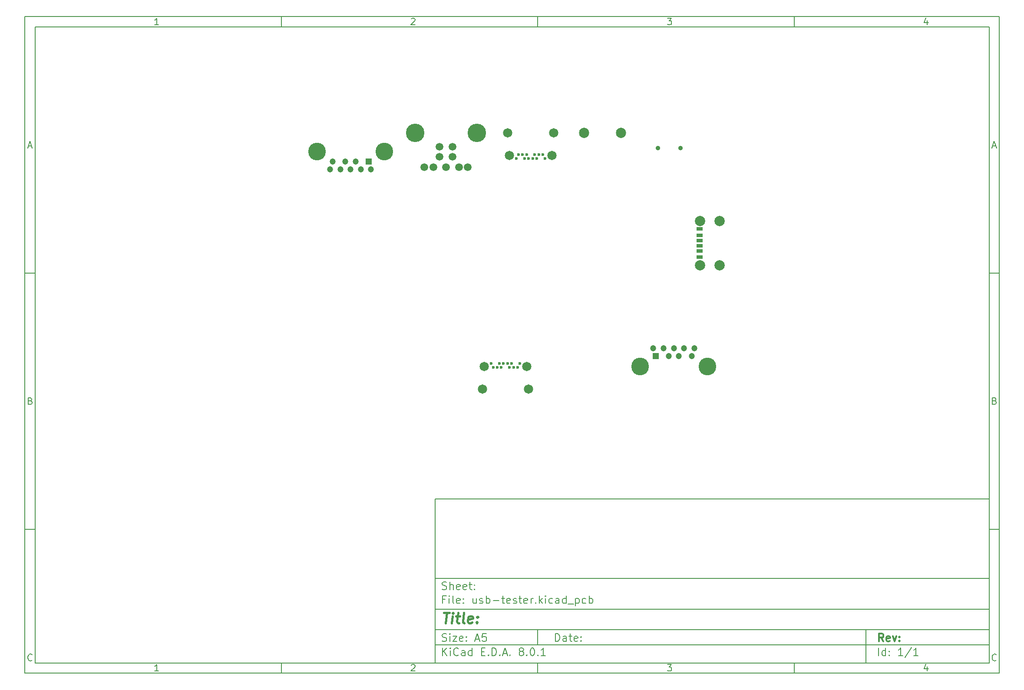
<source format=gbr>
%TF.GenerationSoftware,KiCad,Pcbnew,8.0.1*%
%TF.CreationDate,2024-04-20T18:29:45+01:00*%
%TF.ProjectId,usb-tester,7573622d-7465-4737-9465-722e6b696361,rev?*%
%TF.SameCoordinates,Original*%
%TF.FileFunction,Soldermask,Bot*%
%TF.FilePolarity,Negative*%
%FSLAX46Y46*%
G04 Gerber Fmt 4.6, Leading zero omitted, Abs format (unit mm)*
G04 Created by KiCad (PCBNEW 8.0.1) date 2024-04-20 18:29:45*
%MOMM*%
%LPD*%
G01*
G04 APERTURE LIST*
%ADD10C,0.100000*%
%ADD11C,0.150000*%
%ADD12C,0.300000*%
%ADD13C,0.400000*%
%ADD14C,1.815000*%
%ADD15C,0.600000*%
%ADD16C,2.010000*%
%ADD17R,1.200000X0.800000*%
%ADD18R,1.200000X0.760000*%
%ADD19R,1.200000X0.700000*%
%ADD20C,1.993000*%
%ADD21C,0.900000*%
%ADD22C,3.450000*%
%ADD23C,1.200000*%
%ADD24R,1.200000X1.200000*%
%ADD25C,3.600000*%
%ADD26C,1.500000*%
G04 APERTURE END LIST*
D10*
D11*
X90007200Y-104005800D02*
X198007200Y-104005800D01*
X198007200Y-136005800D01*
X90007200Y-136005800D01*
X90007200Y-104005800D01*
D10*
D11*
X10000000Y-10000000D02*
X200007200Y-10000000D01*
X200007200Y-138005800D01*
X10000000Y-138005800D01*
X10000000Y-10000000D01*
D10*
D11*
X12000000Y-12000000D02*
X198007200Y-12000000D01*
X198007200Y-136005800D01*
X12000000Y-136005800D01*
X12000000Y-12000000D01*
D10*
D11*
X60000000Y-12000000D02*
X60000000Y-10000000D01*
D10*
D11*
X110000000Y-12000000D02*
X110000000Y-10000000D01*
D10*
D11*
X160000000Y-12000000D02*
X160000000Y-10000000D01*
D10*
D11*
X36089160Y-11593604D02*
X35346303Y-11593604D01*
X35717731Y-11593604D02*
X35717731Y-10293604D01*
X35717731Y-10293604D02*
X35593922Y-10479319D01*
X35593922Y-10479319D02*
X35470112Y-10603128D01*
X35470112Y-10603128D02*
X35346303Y-10665033D01*
D10*
D11*
X85346303Y-10417414D02*
X85408207Y-10355509D01*
X85408207Y-10355509D02*
X85532017Y-10293604D01*
X85532017Y-10293604D02*
X85841541Y-10293604D01*
X85841541Y-10293604D02*
X85965350Y-10355509D01*
X85965350Y-10355509D02*
X86027255Y-10417414D01*
X86027255Y-10417414D02*
X86089160Y-10541223D01*
X86089160Y-10541223D02*
X86089160Y-10665033D01*
X86089160Y-10665033D02*
X86027255Y-10850747D01*
X86027255Y-10850747D02*
X85284398Y-11593604D01*
X85284398Y-11593604D02*
X86089160Y-11593604D01*
D10*
D11*
X135284398Y-10293604D02*
X136089160Y-10293604D01*
X136089160Y-10293604D02*
X135655826Y-10788842D01*
X135655826Y-10788842D02*
X135841541Y-10788842D01*
X135841541Y-10788842D02*
X135965350Y-10850747D01*
X135965350Y-10850747D02*
X136027255Y-10912652D01*
X136027255Y-10912652D02*
X136089160Y-11036461D01*
X136089160Y-11036461D02*
X136089160Y-11345985D01*
X136089160Y-11345985D02*
X136027255Y-11469795D01*
X136027255Y-11469795D02*
X135965350Y-11531700D01*
X135965350Y-11531700D02*
X135841541Y-11593604D01*
X135841541Y-11593604D02*
X135470112Y-11593604D01*
X135470112Y-11593604D02*
X135346303Y-11531700D01*
X135346303Y-11531700D02*
X135284398Y-11469795D01*
D10*
D11*
X185965350Y-10726938D02*
X185965350Y-11593604D01*
X185655826Y-10231700D02*
X185346303Y-11160271D01*
X185346303Y-11160271D02*
X186151064Y-11160271D01*
D10*
D11*
X60000000Y-136005800D02*
X60000000Y-138005800D01*
D10*
D11*
X110000000Y-136005800D02*
X110000000Y-138005800D01*
D10*
D11*
X160000000Y-136005800D02*
X160000000Y-138005800D01*
D10*
D11*
X36089160Y-137599404D02*
X35346303Y-137599404D01*
X35717731Y-137599404D02*
X35717731Y-136299404D01*
X35717731Y-136299404D02*
X35593922Y-136485119D01*
X35593922Y-136485119D02*
X35470112Y-136608928D01*
X35470112Y-136608928D02*
X35346303Y-136670833D01*
D10*
D11*
X85346303Y-136423214D02*
X85408207Y-136361309D01*
X85408207Y-136361309D02*
X85532017Y-136299404D01*
X85532017Y-136299404D02*
X85841541Y-136299404D01*
X85841541Y-136299404D02*
X85965350Y-136361309D01*
X85965350Y-136361309D02*
X86027255Y-136423214D01*
X86027255Y-136423214D02*
X86089160Y-136547023D01*
X86089160Y-136547023D02*
X86089160Y-136670833D01*
X86089160Y-136670833D02*
X86027255Y-136856547D01*
X86027255Y-136856547D02*
X85284398Y-137599404D01*
X85284398Y-137599404D02*
X86089160Y-137599404D01*
D10*
D11*
X135284398Y-136299404D02*
X136089160Y-136299404D01*
X136089160Y-136299404D02*
X135655826Y-136794642D01*
X135655826Y-136794642D02*
X135841541Y-136794642D01*
X135841541Y-136794642D02*
X135965350Y-136856547D01*
X135965350Y-136856547D02*
X136027255Y-136918452D01*
X136027255Y-136918452D02*
X136089160Y-137042261D01*
X136089160Y-137042261D02*
X136089160Y-137351785D01*
X136089160Y-137351785D02*
X136027255Y-137475595D01*
X136027255Y-137475595D02*
X135965350Y-137537500D01*
X135965350Y-137537500D02*
X135841541Y-137599404D01*
X135841541Y-137599404D02*
X135470112Y-137599404D01*
X135470112Y-137599404D02*
X135346303Y-137537500D01*
X135346303Y-137537500D02*
X135284398Y-137475595D01*
D10*
D11*
X185965350Y-136732738D02*
X185965350Y-137599404D01*
X185655826Y-136237500D02*
X185346303Y-137166071D01*
X185346303Y-137166071D02*
X186151064Y-137166071D01*
D10*
D11*
X10000000Y-60000000D02*
X12000000Y-60000000D01*
D10*
D11*
X10000000Y-110000000D02*
X12000000Y-110000000D01*
D10*
D11*
X10690476Y-35222176D02*
X11309523Y-35222176D01*
X10566666Y-35593604D02*
X10999999Y-34293604D01*
X10999999Y-34293604D02*
X11433333Y-35593604D01*
D10*
D11*
X11092857Y-84912652D02*
X11278571Y-84974557D01*
X11278571Y-84974557D02*
X11340476Y-85036461D01*
X11340476Y-85036461D02*
X11402380Y-85160271D01*
X11402380Y-85160271D02*
X11402380Y-85345985D01*
X11402380Y-85345985D02*
X11340476Y-85469795D01*
X11340476Y-85469795D02*
X11278571Y-85531700D01*
X11278571Y-85531700D02*
X11154761Y-85593604D01*
X11154761Y-85593604D02*
X10659523Y-85593604D01*
X10659523Y-85593604D02*
X10659523Y-84293604D01*
X10659523Y-84293604D02*
X11092857Y-84293604D01*
X11092857Y-84293604D02*
X11216666Y-84355509D01*
X11216666Y-84355509D02*
X11278571Y-84417414D01*
X11278571Y-84417414D02*
X11340476Y-84541223D01*
X11340476Y-84541223D02*
X11340476Y-84665033D01*
X11340476Y-84665033D02*
X11278571Y-84788842D01*
X11278571Y-84788842D02*
X11216666Y-84850747D01*
X11216666Y-84850747D02*
X11092857Y-84912652D01*
X11092857Y-84912652D02*
X10659523Y-84912652D01*
D10*
D11*
X11402380Y-135469795D02*
X11340476Y-135531700D01*
X11340476Y-135531700D02*
X11154761Y-135593604D01*
X11154761Y-135593604D02*
X11030952Y-135593604D01*
X11030952Y-135593604D02*
X10845238Y-135531700D01*
X10845238Y-135531700D02*
X10721428Y-135407890D01*
X10721428Y-135407890D02*
X10659523Y-135284080D01*
X10659523Y-135284080D02*
X10597619Y-135036461D01*
X10597619Y-135036461D02*
X10597619Y-134850747D01*
X10597619Y-134850747D02*
X10659523Y-134603128D01*
X10659523Y-134603128D02*
X10721428Y-134479319D01*
X10721428Y-134479319D02*
X10845238Y-134355509D01*
X10845238Y-134355509D02*
X11030952Y-134293604D01*
X11030952Y-134293604D02*
X11154761Y-134293604D01*
X11154761Y-134293604D02*
X11340476Y-134355509D01*
X11340476Y-134355509D02*
X11402380Y-134417414D01*
D10*
D11*
X200007200Y-60000000D02*
X198007200Y-60000000D01*
D10*
D11*
X200007200Y-110000000D02*
X198007200Y-110000000D01*
D10*
D11*
X198697676Y-35222176D02*
X199316723Y-35222176D01*
X198573866Y-35593604D02*
X199007199Y-34293604D01*
X199007199Y-34293604D02*
X199440533Y-35593604D01*
D10*
D11*
X199100057Y-84912652D02*
X199285771Y-84974557D01*
X199285771Y-84974557D02*
X199347676Y-85036461D01*
X199347676Y-85036461D02*
X199409580Y-85160271D01*
X199409580Y-85160271D02*
X199409580Y-85345985D01*
X199409580Y-85345985D02*
X199347676Y-85469795D01*
X199347676Y-85469795D02*
X199285771Y-85531700D01*
X199285771Y-85531700D02*
X199161961Y-85593604D01*
X199161961Y-85593604D02*
X198666723Y-85593604D01*
X198666723Y-85593604D02*
X198666723Y-84293604D01*
X198666723Y-84293604D02*
X199100057Y-84293604D01*
X199100057Y-84293604D02*
X199223866Y-84355509D01*
X199223866Y-84355509D02*
X199285771Y-84417414D01*
X199285771Y-84417414D02*
X199347676Y-84541223D01*
X199347676Y-84541223D02*
X199347676Y-84665033D01*
X199347676Y-84665033D02*
X199285771Y-84788842D01*
X199285771Y-84788842D02*
X199223866Y-84850747D01*
X199223866Y-84850747D02*
X199100057Y-84912652D01*
X199100057Y-84912652D02*
X198666723Y-84912652D01*
D10*
D11*
X199409580Y-135469795D02*
X199347676Y-135531700D01*
X199347676Y-135531700D02*
X199161961Y-135593604D01*
X199161961Y-135593604D02*
X199038152Y-135593604D01*
X199038152Y-135593604D02*
X198852438Y-135531700D01*
X198852438Y-135531700D02*
X198728628Y-135407890D01*
X198728628Y-135407890D02*
X198666723Y-135284080D01*
X198666723Y-135284080D02*
X198604819Y-135036461D01*
X198604819Y-135036461D02*
X198604819Y-134850747D01*
X198604819Y-134850747D02*
X198666723Y-134603128D01*
X198666723Y-134603128D02*
X198728628Y-134479319D01*
X198728628Y-134479319D02*
X198852438Y-134355509D01*
X198852438Y-134355509D02*
X199038152Y-134293604D01*
X199038152Y-134293604D02*
X199161961Y-134293604D01*
X199161961Y-134293604D02*
X199347676Y-134355509D01*
X199347676Y-134355509D02*
X199409580Y-134417414D01*
D10*
D11*
X113463026Y-131791928D02*
X113463026Y-130291928D01*
X113463026Y-130291928D02*
X113820169Y-130291928D01*
X113820169Y-130291928D02*
X114034455Y-130363357D01*
X114034455Y-130363357D02*
X114177312Y-130506214D01*
X114177312Y-130506214D02*
X114248741Y-130649071D01*
X114248741Y-130649071D02*
X114320169Y-130934785D01*
X114320169Y-130934785D02*
X114320169Y-131149071D01*
X114320169Y-131149071D02*
X114248741Y-131434785D01*
X114248741Y-131434785D02*
X114177312Y-131577642D01*
X114177312Y-131577642D02*
X114034455Y-131720500D01*
X114034455Y-131720500D02*
X113820169Y-131791928D01*
X113820169Y-131791928D02*
X113463026Y-131791928D01*
X115605884Y-131791928D02*
X115605884Y-131006214D01*
X115605884Y-131006214D02*
X115534455Y-130863357D01*
X115534455Y-130863357D02*
X115391598Y-130791928D01*
X115391598Y-130791928D02*
X115105884Y-130791928D01*
X115105884Y-130791928D02*
X114963026Y-130863357D01*
X115605884Y-131720500D02*
X115463026Y-131791928D01*
X115463026Y-131791928D02*
X115105884Y-131791928D01*
X115105884Y-131791928D02*
X114963026Y-131720500D01*
X114963026Y-131720500D02*
X114891598Y-131577642D01*
X114891598Y-131577642D02*
X114891598Y-131434785D01*
X114891598Y-131434785D02*
X114963026Y-131291928D01*
X114963026Y-131291928D02*
X115105884Y-131220500D01*
X115105884Y-131220500D02*
X115463026Y-131220500D01*
X115463026Y-131220500D02*
X115605884Y-131149071D01*
X116105884Y-130791928D02*
X116677312Y-130791928D01*
X116320169Y-130291928D02*
X116320169Y-131577642D01*
X116320169Y-131577642D02*
X116391598Y-131720500D01*
X116391598Y-131720500D02*
X116534455Y-131791928D01*
X116534455Y-131791928D02*
X116677312Y-131791928D01*
X117748741Y-131720500D02*
X117605884Y-131791928D01*
X117605884Y-131791928D02*
X117320170Y-131791928D01*
X117320170Y-131791928D02*
X117177312Y-131720500D01*
X117177312Y-131720500D02*
X117105884Y-131577642D01*
X117105884Y-131577642D02*
X117105884Y-131006214D01*
X117105884Y-131006214D02*
X117177312Y-130863357D01*
X117177312Y-130863357D02*
X117320170Y-130791928D01*
X117320170Y-130791928D02*
X117605884Y-130791928D01*
X117605884Y-130791928D02*
X117748741Y-130863357D01*
X117748741Y-130863357D02*
X117820170Y-131006214D01*
X117820170Y-131006214D02*
X117820170Y-131149071D01*
X117820170Y-131149071D02*
X117105884Y-131291928D01*
X118463026Y-131649071D02*
X118534455Y-131720500D01*
X118534455Y-131720500D02*
X118463026Y-131791928D01*
X118463026Y-131791928D02*
X118391598Y-131720500D01*
X118391598Y-131720500D02*
X118463026Y-131649071D01*
X118463026Y-131649071D02*
X118463026Y-131791928D01*
X118463026Y-130863357D02*
X118534455Y-130934785D01*
X118534455Y-130934785D02*
X118463026Y-131006214D01*
X118463026Y-131006214D02*
X118391598Y-130934785D01*
X118391598Y-130934785D02*
X118463026Y-130863357D01*
X118463026Y-130863357D02*
X118463026Y-131006214D01*
D10*
D11*
X90007200Y-132505800D02*
X198007200Y-132505800D01*
D10*
D11*
X91463026Y-134591928D02*
X91463026Y-133091928D01*
X92320169Y-134591928D02*
X91677312Y-133734785D01*
X92320169Y-133091928D02*
X91463026Y-133949071D01*
X92963026Y-134591928D02*
X92963026Y-133591928D01*
X92963026Y-133091928D02*
X92891598Y-133163357D01*
X92891598Y-133163357D02*
X92963026Y-133234785D01*
X92963026Y-133234785D02*
X93034455Y-133163357D01*
X93034455Y-133163357D02*
X92963026Y-133091928D01*
X92963026Y-133091928D02*
X92963026Y-133234785D01*
X94534455Y-134449071D02*
X94463027Y-134520500D01*
X94463027Y-134520500D02*
X94248741Y-134591928D01*
X94248741Y-134591928D02*
X94105884Y-134591928D01*
X94105884Y-134591928D02*
X93891598Y-134520500D01*
X93891598Y-134520500D02*
X93748741Y-134377642D01*
X93748741Y-134377642D02*
X93677312Y-134234785D01*
X93677312Y-134234785D02*
X93605884Y-133949071D01*
X93605884Y-133949071D02*
X93605884Y-133734785D01*
X93605884Y-133734785D02*
X93677312Y-133449071D01*
X93677312Y-133449071D02*
X93748741Y-133306214D01*
X93748741Y-133306214D02*
X93891598Y-133163357D01*
X93891598Y-133163357D02*
X94105884Y-133091928D01*
X94105884Y-133091928D02*
X94248741Y-133091928D01*
X94248741Y-133091928D02*
X94463027Y-133163357D01*
X94463027Y-133163357D02*
X94534455Y-133234785D01*
X95820170Y-134591928D02*
X95820170Y-133806214D01*
X95820170Y-133806214D02*
X95748741Y-133663357D01*
X95748741Y-133663357D02*
X95605884Y-133591928D01*
X95605884Y-133591928D02*
X95320170Y-133591928D01*
X95320170Y-133591928D02*
X95177312Y-133663357D01*
X95820170Y-134520500D02*
X95677312Y-134591928D01*
X95677312Y-134591928D02*
X95320170Y-134591928D01*
X95320170Y-134591928D02*
X95177312Y-134520500D01*
X95177312Y-134520500D02*
X95105884Y-134377642D01*
X95105884Y-134377642D02*
X95105884Y-134234785D01*
X95105884Y-134234785D02*
X95177312Y-134091928D01*
X95177312Y-134091928D02*
X95320170Y-134020500D01*
X95320170Y-134020500D02*
X95677312Y-134020500D01*
X95677312Y-134020500D02*
X95820170Y-133949071D01*
X97177313Y-134591928D02*
X97177313Y-133091928D01*
X97177313Y-134520500D02*
X97034455Y-134591928D01*
X97034455Y-134591928D02*
X96748741Y-134591928D01*
X96748741Y-134591928D02*
X96605884Y-134520500D01*
X96605884Y-134520500D02*
X96534455Y-134449071D01*
X96534455Y-134449071D02*
X96463027Y-134306214D01*
X96463027Y-134306214D02*
X96463027Y-133877642D01*
X96463027Y-133877642D02*
X96534455Y-133734785D01*
X96534455Y-133734785D02*
X96605884Y-133663357D01*
X96605884Y-133663357D02*
X96748741Y-133591928D01*
X96748741Y-133591928D02*
X97034455Y-133591928D01*
X97034455Y-133591928D02*
X97177313Y-133663357D01*
X99034455Y-133806214D02*
X99534455Y-133806214D01*
X99748741Y-134591928D02*
X99034455Y-134591928D01*
X99034455Y-134591928D02*
X99034455Y-133091928D01*
X99034455Y-133091928D02*
X99748741Y-133091928D01*
X100391598Y-134449071D02*
X100463027Y-134520500D01*
X100463027Y-134520500D02*
X100391598Y-134591928D01*
X100391598Y-134591928D02*
X100320170Y-134520500D01*
X100320170Y-134520500D02*
X100391598Y-134449071D01*
X100391598Y-134449071D02*
X100391598Y-134591928D01*
X101105884Y-134591928D02*
X101105884Y-133091928D01*
X101105884Y-133091928D02*
X101463027Y-133091928D01*
X101463027Y-133091928D02*
X101677313Y-133163357D01*
X101677313Y-133163357D02*
X101820170Y-133306214D01*
X101820170Y-133306214D02*
X101891599Y-133449071D01*
X101891599Y-133449071D02*
X101963027Y-133734785D01*
X101963027Y-133734785D02*
X101963027Y-133949071D01*
X101963027Y-133949071D02*
X101891599Y-134234785D01*
X101891599Y-134234785D02*
X101820170Y-134377642D01*
X101820170Y-134377642D02*
X101677313Y-134520500D01*
X101677313Y-134520500D02*
X101463027Y-134591928D01*
X101463027Y-134591928D02*
X101105884Y-134591928D01*
X102605884Y-134449071D02*
X102677313Y-134520500D01*
X102677313Y-134520500D02*
X102605884Y-134591928D01*
X102605884Y-134591928D02*
X102534456Y-134520500D01*
X102534456Y-134520500D02*
X102605884Y-134449071D01*
X102605884Y-134449071D02*
X102605884Y-134591928D01*
X103248742Y-134163357D02*
X103963028Y-134163357D01*
X103105885Y-134591928D02*
X103605885Y-133091928D01*
X103605885Y-133091928D02*
X104105885Y-134591928D01*
X104605884Y-134449071D02*
X104677313Y-134520500D01*
X104677313Y-134520500D02*
X104605884Y-134591928D01*
X104605884Y-134591928D02*
X104534456Y-134520500D01*
X104534456Y-134520500D02*
X104605884Y-134449071D01*
X104605884Y-134449071D02*
X104605884Y-134591928D01*
X106677313Y-133734785D02*
X106534456Y-133663357D01*
X106534456Y-133663357D02*
X106463027Y-133591928D01*
X106463027Y-133591928D02*
X106391599Y-133449071D01*
X106391599Y-133449071D02*
X106391599Y-133377642D01*
X106391599Y-133377642D02*
X106463027Y-133234785D01*
X106463027Y-133234785D02*
X106534456Y-133163357D01*
X106534456Y-133163357D02*
X106677313Y-133091928D01*
X106677313Y-133091928D02*
X106963027Y-133091928D01*
X106963027Y-133091928D02*
X107105885Y-133163357D01*
X107105885Y-133163357D02*
X107177313Y-133234785D01*
X107177313Y-133234785D02*
X107248742Y-133377642D01*
X107248742Y-133377642D02*
X107248742Y-133449071D01*
X107248742Y-133449071D02*
X107177313Y-133591928D01*
X107177313Y-133591928D02*
X107105885Y-133663357D01*
X107105885Y-133663357D02*
X106963027Y-133734785D01*
X106963027Y-133734785D02*
X106677313Y-133734785D01*
X106677313Y-133734785D02*
X106534456Y-133806214D01*
X106534456Y-133806214D02*
X106463027Y-133877642D01*
X106463027Y-133877642D02*
X106391599Y-134020500D01*
X106391599Y-134020500D02*
X106391599Y-134306214D01*
X106391599Y-134306214D02*
X106463027Y-134449071D01*
X106463027Y-134449071D02*
X106534456Y-134520500D01*
X106534456Y-134520500D02*
X106677313Y-134591928D01*
X106677313Y-134591928D02*
X106963027Y-134591928D01*
X106963027Y-134591928D02*
X107105885Y-134520500D01*
X107105885Y-134520500D02*
X107177313Y-134449071D01*
X107177313Y-134449071D02*
X107248742Y-134306214D01*
X107248742Y-134306214D02*
X107248742Y-134020500D01*
X107248742Y-134020500D02*
X107177313Y-133877642D01*
X107177313Y-133877642D02*
X107105885Y-133806214D01*
X107105885Y-133806214D02*
X106963027Y-133734785D01*
X107891598Y-134449071D02*
X107963027Y-134520500D01*
X107963027Y-134520500D02*
X107891598Y-134591928D01*
X107891598Y-134591928D02*
X107820170Y-134520500D01*
X107820170Y-134520500D02*
X107891598Y-134449071D01*
X107891598Y-134449071D02*
X107891598Y-134591928D01*
X108891599Y-133091928D02*
X109034456Y-133091928D01*
X109034456Y-133091928D02*
X109177313Y-133163357D01*
X109177313Y-133163357D02*
X109248742Y-133234785D01*
X109248742Y-133234785D02*
X109320170Y-133377642D01*
X109320170Y-133377642D02*
X109391599Y-133663357D01*
X109391599Y-133663357D02*
X109391599Y-134020500D01*
X109391599Y-134020500D02*
X109320170Y-134306214D01*
X109320170Y-134306214D02*
X109248742Y-134449071D01*
X109248742Y-134449071D02*
X109177313Y-134520500D01*
X109177313Y-134520500D02*
X109034456Y-134591928D01*
X109034456Y-134591928D02*
X108891599Y-134591928D01*
X108891599Y-134591928D02*
X108748742Y-134520500D01*
X108748742Y-134520500D02*
X108677313Y-134449071D01*
X108677313Y-134449071D02*
X108605884Y-134306214D01*
X108605884Y-134306214D02*
X108534456Y-134020500D01*
X108534456Y-134020500D02*
X108534456Y-133663357D01*
X108534456Y-133663357D02*
X108605884Y-133377642D01*
X108605884Y-133377642D02*
X108677313Y-133234785D01*
X108677313Y-133234785D02*
X108748742Y-133163357D01*
X108748742Y-133163357D02*
X108891599Y-133091928D01*
X110034455Y-134449071D02*
X110105884Y-134520500D01*
X110105884Y-134520500D02*
X110034455Y-134591928D01*
X110034455Y-134591928D02*
X109963027Y-134520500D01*
X109963027Y-134520500D02*
X110034455Y-134449071D01*
X110034455Y-134449071D02*
X110034455Y-134591928D01*
X111534456Y-134591928D02*
X110677313Y-134591928D01*
X111105884Y-134591928D02*
X111105884Y-133091928D01*
X111105884Y-133091928D02*
X110963027Y-133306214D01*
X110963027Y-133306214D02*
X110820170Y-133449071D01*
X110820170Y-133449071D02*
X110677313Y-133520500D01*
D10*
D11*
X90007200Y-129505800D02*
X198007200Y-129505800D01*
D10*
D12*
X177418853Y-131784128D02*
X176918853Y-131069842D01*
X176561710Y-131784128D02*
X176561710Y-130284128D01*
X176561710Y-130284128D02*
X177133139Y-130284128D01*
X177133139Y-130284128D02*
X177275996Y-130355557D01*
X177275996Y-130355557D02*
X177347425Y-130426985D01*
X177347425Y-130426985D02*
X177418853Y-130569842D01*
X177418853Y-130569842D02*
X177418853Y-130784128D01*
X177418853Y-130784128D02*
X177347425Y-130926985D01*
X177347425Y-130926985D02*
X177275996Y-130998414D01*
X177275996Y-130998414D02*
X177133139Y-131069842D01*
X177133139Y-131069842D02*
X176561710Y-131069842D01*
X178633139Y-131712700D02*
X178490282Y-131784128D01*
X178490282Y-131784128D02*
X178204568Y-131784128D01*
X178204568Y-131784128D02*
X178061710Y-131712700D01*
X178061710Y-131712700D02*
X177990282Y-131569842D01*
X177990282Y-131569842D02*
X177990282Y-130998414D01*
X177990282Y-130998414D02*
X178061710Y-130855557D01*
X178061710Y-130855557D02*
X178204568Y-130784128D01*
X178204568Y-130784128D02*
X178490282Y-130784128D01*
X178490282Y-130784128D02*
X178633139Y-130855557D01*
X178633139Y-130855557D02*
X178704568Y-130998414D01*
X178704568Y-130998414D02*
X178704568Y-131141271D01*
X178704568Y-131141271D02*
X177990282Y-131284128D01*
X179204567Y-130784128D02*
X179561710Y-131784128D01*
X179561710Y-131784128D02*
X179918853Y-130784128D01*
X180490281Y-131641271D02*
X180561710Y-131712700D01*
X180561710Y-131712700D02*
X180490281Y-131784128D01*
X180490281Y-131784128D02*
X180418853Y-131712700D01*
X180418853Y-131712700D02*
X180490281Y-131641271D01*
X180490281Y-131641271D02*
X180490281Y-131784128D01*
X180490281Y-130855557D02*
X180561710Y-130926985D01*
X180561710Y-130926985D02*
X180490281Y-130998414D01*
X180490281Y-130998414D02*
X180418853Y-130926985D01*
X180418853Y-130926985D02*
X180490281Y-130855557D01*
X180490281Y-130855557D02*
X180490281Y-130998414D01*
D10*
D11*
X91391598Y-131720500D02*
X91605884Y-131791928D01*
X91605884Y-131791928D02*
X91963026Y-131791928D01*
X91963026Y-131791928D02*
X92105884Y-131720500D01*
X92105884Y-131720500D02*
X92177312Y-131649071D01*
X92177312Y-131649071D02*
X92248741Y-131506214D01*
X92248741Y-131506214D02*
X92248741Y-131363357D01*
X92248741Y-131363357D02*
X92177312Y-131220500D01*
X92177312Y-131220500D02*
X92105884Y-131149071D01*
X92105884Y-131149071D02*
X91963026Y-131077642D01*
X91963026Y-131077642D02*
X91677312Y-131006214D01*
X91677312Y-131006214D02*
X91534455Y-130934785D01*
X91534455Y-130934785D02*
X91463026Y-130863357D01*
X91463026Y-130863357D02*
X91391598Y-130720500D01*
X91391598Y-130720500D02*
X91391598Y-130577642D01*
X91391598Y-130577642D02*
X91463026Y-130434785D01*
X91463026Y-130434785D02*
X91534455Y-130363357D01*
X91534455Y-130363357D02*
X91677312Y-130291928D01*
X91677312Y-130291928D02*
X92034455Y-130291928D01*
X92034455Y-130291928D02*
X92248741Y-130363357D01*
X92891597Y-131791928D02*
X92891597Y-130791928D01*
X92891597Y-130291928D02*
X92820169Y-130363357D01*
X92820169Y-130363357D02*
X92891597Y-130434785D01*
X92891597Y-130434785D02*
X92963026Y-130363357D01*
X92963026Y-130363357D02*
X92891597Y-130291928D01*
X92891597Y-130291928D02*
X92891597Y-130434785D01*
X93463026Y-130791928D02*
X94248741Y-130791928D01*
X94248741Y-130791928D02*
X93463026Y-131791928D01*
X93463026Y-131791928D02*
X94248741Y-131791928D01*
X95391598Y-131720500D02*
X95248741Y-131791928D01*
X95248741Y-131791928D02*
X94963027Y-131791928D01*
X94963027Y-131791928D02*
X94820169Y-131720500D01*
X94820169Y-131720500D02*
X94748741Y-131577642D01*
X94748741Y-131577642D02*
X94748741Y-131006214D01*
X94748741Y-131006214D02*
X94820169Y-130863357D01*
X94820169Y-130863357D02*
X94963027Y-130791928D01*
X94963027Y-130791928D02*
X95248741Y-130791928D01*
X95248741Y-130791928D02*
X95391598Y-130863357D01*
X95391598Y-130863357D02*
X95463027Y-131006214D01*
X95463027Y-131006214D02*
X95463027Y-131149071D01*
X95463027Y-131149071D02*
X94748741Y-131291928D01*
X96105883Y-131649071D02*
X96177312Y-131720500D01*
X96177312Y-131720500D02*
X96105883Y-131791928D01*
X96105883Y-131791928D02*
X96034455Y-131720500D01*
X96034455Y-131720500D02*
X96105883Y-131649071D01*
X96105883Y-131649071D02*
X96105883Y-131791928D01*
X96105883Y-130863357D02*
X96177312Y-130934785D01*
X96177312Y-130934785D02*
X96105883Y-131006214D01*
X96105883Y-131006214D02*
X96034455Y-130934785D01*
X96034455Y-130934785D02*
X96105883Y-130863357D01*
X96105883Y-130863357D02*
X96105883Y-131006214D01*
X97891598Y-131363357D02*
X98605884Y-131363357D01*
X97748741Y-131791928D02*
X98248741Y-130291928D01*
X98248741Y-130291928D02*
X98748741Y-131791928D01*
X99963026Y-130291928D02*
X99248740Y-130291928D01*
X99248740Y-130291928D02*
X99177312Y-131006214D01*
X99177312Y-131006214D02*
X99248740Y-130934785D01*
X99248740Y-130934785D02*
X99391598Y-130863357D01*
X99391598Y-130863357D02*
X99748740Y-130863357D01*
X99748740Y-130863357D02*
X99891598Y-130934785D01*
X99891598Y-130934785D02*
X99963026Y-131006214D01*
X99963026Y-131006214D02*
X100034455Y-131149071D01*
X100034455Y-131149071D02*
X100034455Y-131506214D01*
X100034455Y-131506214D02*
X99963026Y-131649071D01*
X99963026Y-131649071D02*
X99891598Y-131720500D01*
X99891598Y-131720500D02*
X99748740Y-131791928D01*
X99748740Y-131791928D02*
X99391598Y-131791928D01*
X99391598Y-131791928D02*
X99248740Y-131720500D01*
X99248740Y-131720500D02*
X99177312Y-131649071D01*
D10*
D11*
X176463026Y-134591928D02*
X176463026Y-133091928D01*
X177820170Y-134591928D02*
X177820170Y-133091928D01*
X177820170Y-134520500D02*
X177677312Y-134591928D01*
X177677312Y-134591928D02*
X177391598Y-134591928D01*
X177391598Y-134591928D02*
X177248741Y-134520500D01*
X177248741Y-134520500D02*
X177177312Y-134449071D01*
X177177312Y-134449071D02*
X177105884Y-134306214D01*
X177105884Y-134306214D02*
X177105884Y-133877642D01*
X177105884Y-133877642D02*
X177177312Y-133734785D01*
X177177312Y-133734785D02*
X177248741Y-133663357D01*
X177248741Y-133663357D02*
X177391598Y-133591928D01*
X177391598Y-133591928D02*
X177677312Y-133591928D01*
X177677312Y-133591928D02*
X177820170Y-133663357D01*
X178534455Y-134449071D02*
X178605884Y-134520500D01*
X178605884Y-134520500D02*
X178534455Y-134591928D01*
X178534455Y-134591928D02*
X178463027Y-134520500D01*
X178463027Y-134520500D02*
X178534455Y-134449071D01*
X178534455Y-134449071D02*
X178534455Y-134591928D01*
X178534455Y-133663357D02*
X178605884Y-133734785D01*
X178605884Y-133734785D02*
X178534455Y-133806214D01*
X178534455Y-133806214D02*
X178463027Y-133734785D01*
X178463027Y-133734785D02*
X178534455Y-133663357D01*
X178534455Y-133663357D02*
X178534455Y-133806214D01*
X181177313Y-134591928D02*
X180320170Y-134591928D01*
X180748741Y-134591928D02*
X180748741Y-133091928D01*
X180748741Y-133091928D02*
X180605884Y-133306214D01*
X180605884Y-133306214D02*
X180463027Y-133449071D01*
X180463027Y-133449071D02*
X180320170Y-133520500D01*
X182891598Y-133020500D02*
X181605884Y-134949071D01*
X184177313Y-134591928D02*
X183320170Y-134591928D01*
X183748741Y-134591928D02*
X183748741Y-133091928D01*
X183748741Y-133091928D02*
X183605884Y-133306214D01*
X183605884Y-133306214D02*
X183463027Y-133449071D01*
X183463027Y-133449071D02*
X183320170Y-133520500D01*
D10*
D11*
X90007200Y-125505800D02*
X198007200Y-125505800D01*
D10*
D13*
X91698928Y-126210238D02*
X92841785Y-126210238D01*
X92020357Y-128210238D02*
X92270357Y-126210238D01*
X93258452Y-128210238D02*
X93425119Y-126876904D01*
X93508452Y-126210238D02*
X93401309Y-126305476D01*
X93401309Y-126305476D02*
X93484643Y-126400714D01*
X93484643Y-126400714D02*
X93591786Y-126305476D01*
X93591786Y-126305476D02*
X93508452Y-126210238D01*
X93508452Y-126210238D02*
X93484643Y-126400714D01*
X94091786Y-126876904D02*
X94853690Y-126876904D01*
X94460833Y-126210238D02*
X94246548Y-127924523D01*
X94246548Y-127924523D02*
X94317976Y-128115000D01*
X94317976Y-128115000D02*
X94496548Y-128210238D01*
X94496548Y-128210238D02*
X94687024Y-128210238D01*
X95639405Y-128210238D02*
X95460833Y-128115000D01*
X95460833Y-128115000D02*
X95389405Y-127924523D01*
X95389405Y-127924523D02*
X95603690Y-126210238D01*
X97175119Y-128115000D02*
X96972738Y-128210238D01*
X96972738Y-128210238D02*
X96591785Y-128210238D01*
X96591785Y-128210238D02*
X96413214Y-128115000D01*
X96413214Y-128115000D02*
X96341785Y-127924523D01*
X96341785Y-127924523D02*
X96437024Y-127162619D01*
X96437024Y-127162619D02*
X96556071Y-126972142D01*
X96556071Y-126972142D02*
X96758452Y-126876904D01*
X96758452Y-126876904D02*
X97139404Y-126876904D01*
X97139404Y-126876904D02*
X97317976Y-126972142D01*
X97317976Y-126972142D02*
X97389404Y-127162619D01*
X97389404Y-127162619D02*
X97365595Y-127353095D01*
X97365595Y-127353095D02*
X96389404Y-127543571D01*
X98139405Y-128019761D02*
X98222738Y-128115000D01*
X98222738Y-128115000D02*
X98115595Y-128210238D01*
X98115595Y-128210238D02*
X98032262Y-128115000D01*
X98032262Y-128115000D02*
X98139405Y-128019761D01*
X98139405Y-128019761D02*
X98115595Y-128210238D01*
X98270357Y-126972142D02*
X98353690Y-127067380D01*
X98353690Y-127067380D02*
X98246548Y-127162619D01*
X98246548Y-127162619D02*
X98163214Y-127067380D01*
X98163214Y-127067380D02*
X98270357Y-126972142D01*
X98270357Y-126972142D02*
X98246548Y-127162619D01*
D10*
D11*
X91963026Y-123606214D02*
X91463026Y-123606214D01*
X91463026Y-124391928D02*
X91463026Y-122891928D01*
X91463026Y-122891928D02*
X92177312Y-122891928D01*
X92748740Y-124391928D02*
X92748740Y-123391928D01*
X92748740Y-122891928D02*
X92677312Y-122963357D01*
X92677312Y-122963357D02*
X92748740Y-123034785D01*
X92748740Y-123034785D02*
X92820169Y-122963357D01*
X92820169Y-122963357D02*
X92748740Y-122891928D01*
X92748740Y-122891928D02*
X92748740Y-123034785D01*
X93677312Y-124391928D02*
X93534455Y-124320500D01*
X93534455Y-124320500D02*
X93463026Y-124177642D01*
X93463026Y-124177642D02*
X93463026Y-122891928D01*
X94820169Y-124320500D02*
X94677312Y-124391928D01*
X94677312Y-124391928D02*
X94391598Y-124391928D01*
X94391598Y-124391928D02*
X94248740Y-124320500D01*
X94248740Y-124320500D02*
X94177312Y-124177642D01*
X94177312Y-124177642D02*
X94177312Y-123606214D01*
X94177312Y-123606214D02*
X94248740Y-123463357D01*
X94248740Y-123463357D02*
X94391598Y-123391928D01*
X94391598Y-123391928D02*
X94677312Y-123391928D01*
X94677312Y-123391928D02*
X94820169Y-123463357D01*
X94820169Y-123463357D02*
X94891598Y-123606214D01*
X94891598Y-123606214D02*
X94891598Y-123749071D01*
X94891598Y-123749071D02*
X94177312Y-123891928D01*
X95534454Y-124249071D02*
X95605883Y-124320500D01*
X95605883Y-124320500D02*
X95534454Y-124391928D01*
X95534454Y-124391928D02*
X95463026Y-124320500D01*
X95463026Y-124320500D02*
X95534454Y-124249071D01*
X95534454Y-124249071D02*
X95534454Y-124391928D01*
X95534454Y-123463357D02*
X95605883Y-123534785D01*
X95605883Y-123534785D02*
X95534454Y-123606214D01*
X95534454Y-123606214D02*
X95463026Y-123534785D01*
X95463026Y-123534785D02*
X95534454Y-123463357D01*
X95534454Y-123463357D02*
X95534454Y-123606214D01*
X98034455Y-123391928D02*
X98034455Y-124391928D01*
X97391597Y-123391928D02*
X97391597Y-124177642D01*
X97391597Y-124177642D02*
X97463026Y-124320500D01*
X97463026Y-124320500D02*
X97605883Y-124391928D01*
X97605883Y-124391928D02*
X97820169Y-124391928D01*
X97820169Y-124391928D02*
X97963026Y-124320500D01*
X97963026Y-124320500D02*
X98034455Y-124249071D01*
X98677312Y-124320500D02*
X98820169Y-124391928D01*
X98820169Y-124391928D02*
X99105883Y-124391928D01*
X99105883Y-124391928D02*
X99248740Y-124320500D01*
X99248740Y-124320500D02*
X99320169Y-124177642D01*
X99320169Y-124177642D02*
X99320169Y-124106214D01*
X99320169Y-124106214D02*
X99248740Y-123963357D01*
X99248740Y-123963357D02*
X99105883Y-123891928D01*
X99105883Y-123891928D02*
X98891598Y-123891928D01*
X98891598Y-123891928D02*
X98748740Y-123820500D01*
X98748740Y-123820500D02*
X98677312Y-123677642D01*
X98677312Y-123677642D02*
X98677312Y-123606214D01*
X98677312Y-123606214D02*
X98748740Y-123463357D01*
X98748740Y-123463357D02*
X98891598Y-123391928D01*
X98891598Y-123391928D02*
X99105883Y-123391928D01*
X99105883Y-123391928D02*
X99248740Y-123463357D01*
X99963026Y-124391928D02*
X99963026Y-122891928D01*
X99963026Y-123463357D02*
X100105884Y-123391928D01*
X100105884Y-123391928D02*
X100391598Y-123391928D01*
X100391598Y-123391928D02*
X100534455Y-123463357D01*
X100534455Y-123463357D02*
X100605884Y-123534785D01*
X100605884Y-123534785D02*
X100677312Y-123677642D01*
X100677312Y-123677642D02*
X100677312Y-124106214D01*
X100677312Y-124106214D02*
X100605884Y-124249071D01*
X100605884Y-124249071D02*
X100534455Y-124320500D01*
X100534455Y-124320500D02*
X100391598Y-124391928D01*
X100391598Y-124391928D02*
X100105884Y-124391928D01*
X100105884Y-124391928D02*
X99963026Y-124320500D01*
X101320169Y-123820500D02*
X102463027Y-123820500D01*
X102963027Y-123391928D02*
X103534455Y-123391928D01*
X103177312Y-122891928D02*
X103177312Y-124177642D01*
X103177312Y-124177642D02*
X103248741Y-124320500D01*
X103248741Y-124320500D02*
X103391598Y-124391928D01*
X103391598Y-124391928D02*
X103534455Y-124391928D01*
X104605884Y-124320500D02*
X104463027Y-124391928D01*
X104463027Y-124391928D02*
X104177313Y-124391928D01*
X104177313Y-124391928D02*
X104034455Y-124320500D01*
X104034455Y-124320500D02*
X103963027Y-124177642D01*
X103963027Y-124177642D02*
X103963027Y-123606214D01*
X103963027Y-123606214D02*
X104034455Y-123463357D01*
X104034455Y-123463357D02*
X104177313Y-123391928D01*
X104177313Y-123391928D02*
X104463027Y-123391928D01*
X104463027Y-123391928D02*
X104605884Y-123463357D01*
X104605884Y-123463357D02*
X104677313Y-123606214D01*
X104677313Y-123606214D02*
X104677313Y-123749071D01*
X104677313Y-123749071D02*
X103963027Y-123891928D01*
X105248741Y-124320500D02*
X105391598Y-124391928D01*
X105391598Y-124391928D02*
X105677312Y-124391928D01*
X105677312Y-124391928D02*
X105820169Y-124320500D01*
X105820169Y-124320500D02*
X105891598Y-124177642D01*
X105891598Y-124177642D02*
X105891598Y-124106214D01*
X105891598Y-124106214D02*
X105820169Y-123963357D01*
X105820169Y-123963357D02*
X105677312Y-123891928D01*
X105677312Y-123891928D02*
X105463027Y-123891928D01*
X105463027Y-123891928D02*
X105320169Y-123820500D01*
X105320169Y-123820500D02*
X105248741Y-123677642D01*
X105248741Y-123677642D02*
X105248741Y-123606214D01*
X105248741Y-123606214D02*
X105320169Y-123463357D01*
X105320169Y-123463357D02*
X105463027Y-123391928D01*
X105463027Y-123391928D02*
X105677312Y-123391928D01*
X105677312Y-123391928D02*
X105820169Y-123463357D01*
X106320170Y-123391928D02*
X106891598Y-123391928D01*
X106534455Y-122891928D02*
X106534455Y-124177642D01*
X106534455Y-124177642D02*
X106605884Y-124320500D01*
X106605884Y-124320500D02*
X106748741Y-124391928D01*
X106748741Y-124391928D02*
X106891598Y-124391928D01*
X107963027Y-124320500D02*
X107820170Y-124391928D01*
X107820170Y-124391928D02*
X107534456Y-124391928D01*
X107534456Y-124391928D02*
X107391598Y-124320500D01*
X107391598Y-124320500D02*
X107320170Y-124177642D01*
X107320170Y-124177642D02*
X107320170Y-123606214D01*
X107320170Y-123606214D02*
X107391598Y-123463357D01*
X107391598Y-123463357D02*
X107534456Y-123391928D01*
X107534456Y-123391928D02*
X107820170Y-123391928D01*
X107820170Y-123391928D02*
X107963027Y-123463357D01*
X107963027Y-123463357D02*
X108034456Y-123606214D01*
X108034456Y-123606214D02*
X108034456Y-123749071D01*
X108034456Y-123749071D02*
X107320170Y-123891928D01*
X108677312Y-124391928D02*
X108677312Y-123391928D01*
X108677312Y-123677642D02*
X108748741Y-123534785D01*
X108748741Y-123534785D02*
X108820170Y-123463357D01*
X108820170Y-123463357D02*
X108963027Y-123391928D01*
X108963027Y-123391928D02*
X109105884Y-123391928D01*
X109605883Y-124249071D02*
X109677312Y-124320500D01*
X109677312Y-124320500D02*
X109605883Y-124391928D01*
X109605883Y-124391928D02*
X109534455Y-124320500D01*
X109534455Y-124320500D02*
X109605883Y-124249071D01*
X109605883Y-124249071D02*
X109605883Y-124391928D01*
X110320169Y-124391928D02*
X110320169Y-122891928D01*
X110463027Y-123820500D02*
X110891598Y-124391928D01*
X110891598Y-123391928D02*
X110320169Y-123963357D01*
X111534455Y-124391928D02*
X111534455Y-123391928D01*
X111534455Y-122891928D02*
X111463027Y-122963357D01*
X111463027Y-122963357D02*
X111534455Y-123034785D01*
X111534455Y-123034785D02*
X111605884Y-122963357D01*
X111605884Y-122963357D02*
X111534455Y-122891928D01*
X111534455Y-122891928D02*
X111534455Y-123034785D01*
X112891599Y-124320500D02*
X112748741Y-124391928D01*
X112748741Y-124391928D02*
X112463027Y-124391928D01*
X112463027Y-124391928D02*
X112320170Y-124320500D01*
X112320170Y-124320500D02*
X112248741Y-124249071D01*
X112248741Y-124249071D02*
X112177313Y-124106214D01*
X112177313Y-124106214D02*
X112177313Y-123677642D01*
X112177313Y-123677642D02*
X112248741Y-123534785D01*
X112248741Y-123534785D02*
X112320170Y-123463357D01*
X112320170Y-123463357D02*
X112463027Y-123391928D01*
X112463027Y-123391928D02*
X112748741Y-123391928D01*
X112748741Y-123391928D02*
X112891599Y-123463357D01*
X114177313Y-124391928D02*
X114177313Y-123606214D01*
X114177313Y-123606214D02*
X114105884Y-123463357D01*
X114105884Y-123463357D02*
X113963027Y-123391928D01*
X113963027Y-123391928D02*
X113677313Y-123391928D01*
X113677313Y-123391928D02*
X113534455Y-123463357D01*
X114177313Y-124320500D02*
X114034455Y-124391928D01*
X114034455Y-124391928D02*
X113677313Y-124391928D01*
X113677313Y-124391928D02*
X113534455Y-124320500D01*
X113534455Y-124320500D02*
X113463027Y-124177642D01*
X113463027Y-124177642D02*
X113463027Y-124034785D01*
X113463027Y-124034785D02*
X113534455Y-123891928D01*
X113534455Y-123891928D02*
X113677313Y-123820500D01*
X113677313Y-123820500D02*
X114034455Y-123820500D01*
X114034455Y-123820500D02*
X114177313Y-123749071D01*
X115534456Y-124391928D02*
X115534456Y-122891928D01*
X115534456Y-124320500D02*
X115391598Y-124391928D01*
X115391598Y-124391928D02*
X115105884Y-124391928D01*
X115105884Y-124391928D02*
X114963027Y-124320500D01*
X114963027Y-124320500D02*
X114891598Y-124249071D01*
X114891598Y-124249071D02*
X114820170Y-124106214D01*
X114820170Y-124106214D02*
X114820170Y-123677642D01*
X114820170Y-123677642D02*
X114891598Y-123534785D01*
X114891598Y-123534785D02*
X114963027Y-123463357D01*
X114963027Y-123463357D02*
X115105884Y-123391928D01*
X115105884Y-123391928D02*
X115391598Y-123391928D01*
X115391598Y-123391928D02*
X115534456Y-123463357D01*
X115891599Y-124534785D02*
X117034456Y-124534785D01*
X117391598Y-123391928D02*
X117391598Y-124891928D01*
X117391598Y-123463357D02*
X117534456Y-123391928D01*
X117534456Y-123391928D02*
X117820170Y-123391928D01*
X117820170Y-123391928D02*
X117963027Y-123463357D01*
X117963027Y-123463357D02*
X118034456Y-123534785D01*
X118034456Y-123534785D02*
X118105884Y-123677642D01*
X118105884Y-123677642D02*
X118105884Y-124106214D01*
X118105884Y-124106214D02*
X118034456Y-124249071D01*
X118034456Y-124249071D02*
X117963027Y-124320500D01*
X117963027Y-124320500D02*
X117820170Y-124391928D01*
X117820170Y-124391928D02*
X117534456Y-124391928D01*
X117534456Y-124391928D02*
X117391598Y-124320500D01*
X119391599Y-124320500D02*
X119248741Y-124391928D01*
X119248741Y-124391928D02*
X118963027Y-124391928D01*
X118963027Y-124391928D02*
X118820170Y-124320500D01*
X118820170Y-124320500D02*
X118748741Y-124249071D01*
X118748741Y-124249071D02*
X118677313Y-124106214D01*
X118677313Y-124106214D02*
X118677313Y-123677642D01*
X118677313Y-123677642D02*
X118748741Y-123534785D01*
X118748741Y-123534785D02*
X118820170Y-123463357D01*
X118820170Y-123463357D02*
X118963027Y-123391928D01*
X118963027Y-123391928D02*
X119248741Y-123391928D01*
X119248741Y-123391928D02*
X119391599Y-123463357D01*
X120034455Y-124391928D02*
X120034455Y-122891928D01*
X120034455Y-123463357D02*
X120177313Y-123391928D01*
X120177313Y-123391928D02*
X120463027Y-123391928D01*
X120463027Y-123391928D02*
X120605884Y-123463357D01*
X120605884Y-123463357D02*
X120677313Y-123534785D01*
X120677313Y-123534785D02*
X120748741Y-123677642D01*
X120748741Y-123677642D02*
X120748741Y-124106214D01*
X120748741Y-124106214D02*
X120677313Y-124249071D01*
X120677313Y-124249071D02*
X120605884Y-124320500D01*
X120605884Y-124320500D02*
X120463027Y-124391928D01*
X120463027Y-124391928D02*
X120177313Y-124391928D01*
X120177313Y-124391928D02*
X120034455Y-124320500D01*
D10*
D11*
X90007200Y-119505800D02*
X198007200Y-119505800D01*
D10*
D11*
X91391598Y-121620500D02*
X91605884Y-121691928D01*
X91605884Y-121691928D02*
X91963026Y-121691928D01*
X91963026Y-121691928D02*
X92105884Y-121620500D01*
X92105884Y-121620500D02*
X92177312Y-121549071D01*
X92177312Y-121549071D02*
X92248741Y-121406214D01*
X92248741Y-121406214D02*
X92248741Y-121263357D01*
X92248741Y-121263357D02*
X92177312Y-121120500D01*
X92177312Y-121120500D02*
X92105884Y-121049071D01*
X92105884Y-121049071D02*
X91963026Y-120977642D01*
X91963026Y-120977642D02*
X91677312Y-120906214D01*
X91677312Y-120906214D02*
X91534455Y-120834785D01*
X91534455Y-120834785D02*
X91463026Y-120763357D01*
X91463026Y-120763357D02*
X91391598Y-120620500D01*
X91391598Y-120620500D02*
X91391598Y-120477642D01*
X91391598Y-120477642D02*
X91463026Y-120334785D01*
X91463026Y-120334785D02*
X91534455Y-120263357D01*
X91534455Y-120263357D02*
X91677312Y-120191928D01*
X91677312Y-120191928D02*
X92034455Y-120191928D01*
X92034455Y-120191928D02*
X92248741Y-120263357D01*
X92891597Y-121691928D02*
X92891597Y-120191928D01*
X93534455Y-121691928D02*
X93534455Y-120906214D01*
X93534455Y-120906214D02*
X93463026Y-120763357D01*
X93463026Y-120763357D02*
X93320169Y-120691928D01*
X93320169Y-120691928D02*
X93105883Y-120691928D01*
X93105883Y-120691928D02*
X92963026Y-120763357D01*
X92963026Y-120763357D02*
X92891597Y-120834785D01*
X94820169Y-121620500D02*
X94677312Y-121691928D01*
X94677312Y-121691928D02*
X94391598Y-121691928D01*
X94391598Y-121691928D02*
X94248740Y-121620500D01*
X94248740Y-121620500D02*
X94177312Y-121477642D01*
X94177312Y-121477642D02*
X94177312Y-120906214D01*
X94177312Y-120906214D02*
X94248740Y-120763357D01*
X94248740Y-120763357D02*
X94391598Y-120691928D01*
X94391598Y-120691928D02*
X94677312Y-120691928D01*
X94677312Y-120691928D02*
X94820169Y-120763357D01*
X94820169Y-120763357D02*
X94891598Y-120906214D01*
X94891598Y-120906214D02*
X94891598Y-121049071D01*
X94891598Y-121049071D02*
X94177312Y-121191928D01*
X96105883Y-121620500D02*
X95963026Y-121691928D01*
X95963026Y-121691928D02*
X95677312Y-121691928D01*
X95677312Y-121691928D02*
X95534454Y-121620500D01*
X95534454Y-121620500D02*
X95463026Y-121477642D01*
X95463026Y-121477642D02*
X95463026Y-120906214D01*
X95463026Y-120906214D02*
X95534454Y-120763357D01*
X95534454Y-120763357D02*
X95677312Y-120691928D01*
X95677312Y-120691928D02*
X95963026Y-120691928D01*
X95963026Y-120691928D02*
X96105883Y-120763357D01*
X96105883Y-120763357D02*
X96177312Y-120906214D01*
X96177312Y-120906214D02*
X96177312Y-121049071D01*
X96177312Y-121049071D02*
X95463026Y-121191928D01*
X96605883Y-120691928D02*
X97177311Y-120691928D01*
X96820168Y-120191928D02*
X96820168Y-121477642D01*
X96820168Y-121477642D02*
X96891597Y-121620500D01*
X96891597Y-121620500D02*
X97034454Y-121691928D01*
X97034454Y-121691928D02*
X97177311Y-121691928D01*
X97677311Y-121549071D02*
X97748740Y-121620500D01*
X97748740Y-121620500D02*
X97677311Y-121691928D01*
X97677311Y-121691928D02*
X97605883Y-121620500D01*
X97605883Y-121620500D02*
X97677311Y-121549071D01*
X97677311Y-121549071D02*
X97677311Y-121691928D01*
X97677311Y-120763357D02*
X97748740Y-120834785D01*
X97748740Y-120834785D02*
X97677311Y-120906214D01*
X97677311Y-120906214D02*
X97605883Y-120834785D01*
X97605883Y-120834785D02*
X97677311Y-120763357D01*
X97677311Y-120763357D02*
X97677311Y-120906214D01*
D10*
D12*
D10*
D11*
D10*
D11*
D10*
D11*
D10*
D11*
D10*
D11*
X110007200Y-129505800D02*
X110007200Y-132505800D01*
D10*
D11*
X174007200Y-129505800D02*
X174007200Y-136005800D01*
D14*
%TO.C,J1*%
X113125000Y-32627500D03*
X104145000Y-32627500D03*
X104505000Y-37027500D03*
X112765000Y-37027500D03*
D15*
X111435000Y-37617500D03*
X111035000Y-36917500D03*
X110235000Y-36917500D03*
X109835000Y-37617500D03*
X109435000Y-36917500D03*
X109035000Y-37617500D03*
X108235000Y-37617500D03*
X107835000Y-36917500D03*
X107435000Y-37617500D03*
X107035000Y-36917500D03*
X106235000Y-36917500D03*
X105835000Y-37617500D03*
%TD*%
%TO.C,J3*%
X106515000Y-77637500D03*
X106115000Y-78337500D03*
X105315000Y-78337500D03*
X104915000Y-77637500D03*
X104515000Y-78337500D03*
X104115000Y-77637500D03*
X103315000Y-77637500D03*
X102915000Y-78337500D03*
X102515000Y-77637500D03*
X102115000Y-78337500D03*
X101315000Y-78337500D03*
X100915000Y-77637500D03*
D14*
X99585000Y-78227500D03*
X107845000Y-78227500D03*
X108205000Y-82627500D03*
X99225000Y-82627500D03*
%TD*%
D16*
%TO.C,J8*%
X141645000Y-49837500D03*
X145445000Y-49837500D03*
X145445000Y-58477500D03*
X141645000Y-58477500D03*
D17*
X141565000Y-51407500D03*
D18*
X141565000Y-52637500D03*
D19*
X141565000Y-54657500D03*
D17*
X141565000Y-56907500D03*
D18*
X141565000Y-55677500D03*
D19*
X141565000Y-53657500D03*
%TD*%
D20*
%TO.C,J5*%
X119060000Y-32627500D03*
X126210000Y-32627500D03*
%TD*%
D21*
%TO.C,J6*%
X133435000Y-35627500D03*
X137835000Y-35627500D03*
%TD*%
D22*
%TO.C,J7*%
X66945000Y-36257500D03*
X80085000Y-36257500D03*
D23*
X77515000Y-39757500D03*
X75515000Y-39757500D03*
X73515000Y-39757500D03*
X71515000Y-39757500D03*
X69515000Y-39757500D03*
X70015000Y-38257500D03*
X72515000Y-38257500D03*
X74515000Y-38257500D03*
D24*
X77015000Y-38257500D03*
%TD*%
%TO.C,J4*%
X133035000Y-76177500D03*
D23*
X135535000Y-76177500D03*
X137535000Y-76177500D03*
X140035000Y-76177500D03*
X140535000Y-74677500D03*
X138535000Y-74677500D03*
X136535000Y-74677500D03*
X134535000Y-74677500D03*
X132535000Y-74677500D03*
D22*
X129965000Y-78177500D03*
X143105000Y-78177500D03*
%TD*%
D25*
%TO.C,J2*%
X98155000Y-32627500D03*
X86115000Y-32627500D03*
D26*
X87885000Y-39337500D03*
X89635000Y-39337500D03*
X92135000Y-39337500D03*
X94635000Y-39337500D03*
X96385000Y-39337500D03*
X90885000Y-35337500D03*
X93385000Y-35337500D03*
X93385000Y-37337500D03*
X90885000Y-37337500D03*
%TD*%
M02*

</source>
